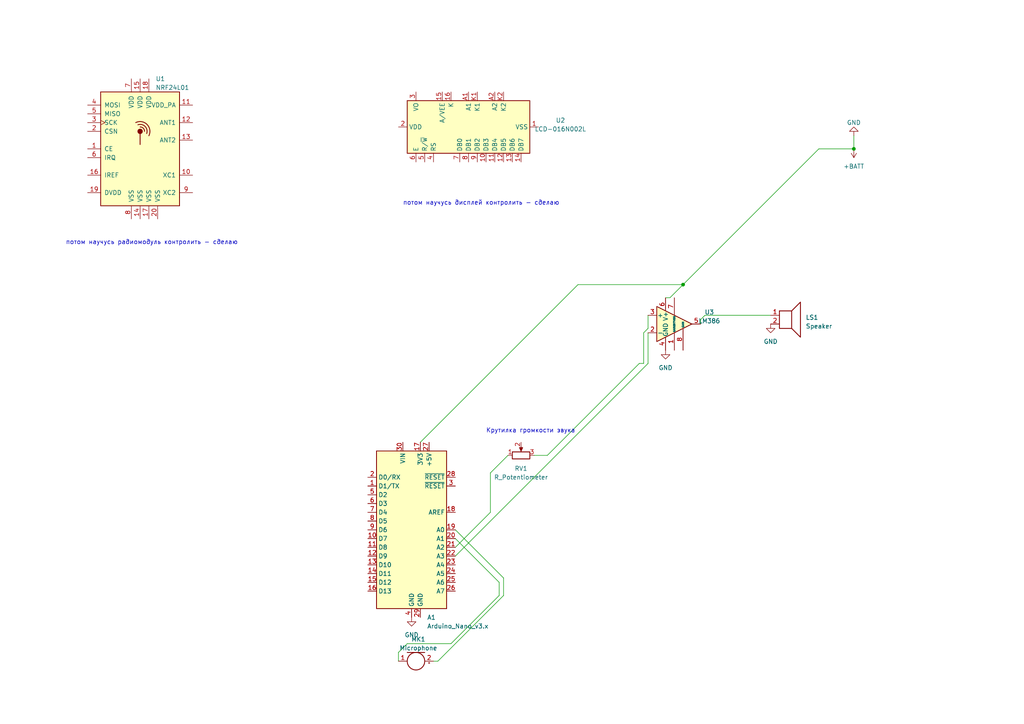
<source format=kicad_sch>
(kicad_sch (version 20230121) (generator eeschema)
  (paper "A4")
  (lib_symbols
    (symbol "Amplifier_Audio:LM386" (pin_names (offset 0.127))
      (property "Reference" "U" (at 1.27 7.62 0))
      (property "Value" "LM386" (at 1.27 5.08 0))
      (symbol "LM386_0_1"
        (polyline (pts (xy 5.08 0) (xy -5.08 5.08) (xy -5.08 -5.08) (xy 5.08 0)) (stroke (width 0.254)) (fill (type background)))
      )
      (symbol "LM386_1_1"
        (pin input line (at 0 -7.62 90) (length 5.08) (name "GAIN") (number "1"))
        (pin input line (at -7.62 -2.54 0) (length 2.54) (name "-") (number "2"))
        (pin input line (at -7.62 2.54 0) (length 2.54) (name "+") (number "3"))
        (pin power_in line (at -2.54 -7.62 90) (length 3.81) (name "GND") (number "4"))
        (pin output line (at 7.62 0 180) (length 2.54) (name "~") (number "5"))
        (pin power_in line (at -2.54 7.62 270) (length 3.81) (name "V+") (number "6"))
        (pin input line (at 0 7.62 270) (length 5.08) (name "BYPASS") (number "7"))
        (pin input line (at 2.54 -7.62 90) (length 6.35) (name "GAIN") (number "8"))
      )
    )
    (symbol "Device:Microphone" (pin_names (offset 0.0254) hide)
      (property "Reference" "MK" (at -3.81 1.27 0))
      (property "Value" "Microphone" (at -3.81 -0.635 0))
      (symbol "Microphone_0_1"
        (polyline (pts (xy -2.54 2.54) (xy -2.54 -2.54)) (stroke (width 0.254)))
        (polyline (pts (xy 0.254 3.81) (xy 0.762 3.81)))
        (polyline (pts (xy 0.508 4.064) (xy 0.508 3.556)))
        (circle (center 0 0) (radius 2.54) (stroke (width 0.254)))
      )
      (symbol "Microphone_1_1"
        (pin passive line (at 0 -5.08 90) (length 2.54) (name "-") (number "1"))
        (pin passive line (at 0 5.08 270) (length 2.54) (name "+") (number "2"))
      )
    )
    (symbol "Device:R_Potentiometer" (pin_names (offset 1.016) hide)
      (property "Reference" "RV" (at -4.445 0 90))
      (property "Value" "R_Potentiometer" (at -2.54 0 90))
      (symbol "R_Potentiometer_0_1"
        (polyline (pts (xy 2.54 0) (xy 1.524 0)))
        (polyline (pts (xy 1.143 0) (xy 2.286 0.508) (xy 2.286 -0.508) (xy 1.143 0)) (fill (type outline)))
        (rectangle (start 1.016 2.54) (end -1.016 -2.54) (stroke (width 0.254)))
      )
      (symbol "R_Potentiometer_1_1"
        (pin passive line (at 0 3.81 270) (length 1.27) (name "1") (number "1"))
        (pin passive line (at 3.81 0 180) (length 1.27) (name "2") (number "2"))
        (pin passive line (at 0 -3.81 90) (length 1.27) (name "3") (number "3"))
      )
    )
    (symbol "Device:Speaker" (pin_names (offset 0) hide)
      (property "Reference" "LS" (at 1.27 5.715 0))
      (property "Value" "Speaker" (at 1.27 3.81 0))
      (symbol "Speaker_0_0"
        (rectangle (start -2.54 1.27) (end 1.016 -3.81) (stroke (width 0.254)))
        (polyline (pts (xy 1.016 1.27) (xy 3.556 3.81) (xy 3.556 -6.35) (xy 1.016 -3.81)) (stroke (width 0.254)))
      )
      (symbol "Speaker_1_1"
        (pin input line (at -5.08 0 0) (length 2.54) (name "1") (number "1"))
        (pin input line (at -5.08 -2.54 0) (length 2.54) (name "2") (number "2"))
      )
    )
    (symbol "Display_Character:LCD-016N002L"
      (property "Reference" "U" (at -6.35 18.796 0))
      (property "Value" "LCD-016N002L" (at 8.636 18.796 0))
      (symbol "LCD-016N002L_1_1"
        (rectangle (start -7.62 17.78) (end 7.62 -17.78) (stroke (width 0.254)) (fill (type background)))
        (pin power_in line (at 0 -20.32 90) (length 2.54) (name "VSS") (number "1"))
        (pin bidirectional line (at -10.16 -5.08 0) (length 2.54) (name "DB3") (number "10"))
        (pin bidirectional line (at -10.16 -7.62 0) (length 2.54) (name "DB4") (number "11"))
        (pin bidirectional line (at -10.16 -10.16 0) (length 2.54) (name "DB5") (number "12"))
        (pin bidirectional line (at -10.16 -12.7 0) (length 2.54) (name "DB6") (number "13"))
        (pin bidirectional line (at -10.16 -15.24 0) (length 2.54) (name "DB7") (number "14"))
        (pin power_in line (at 10.16 7.62 180) (length 2.54) (name "A/VEE") (number "15"))
        (pin power_in line (at 10.16 5.08 180) (length 2.54) (name "K") (number "16"))
        (pin power_in line (at 0 20.32 270) (length 2.54) (name "VDD") (number "2"))
        (pin input line (at 10.16 15.24 180) (length 2.54) (name "VO") (number "3"))
        (pin input line (at -10.16 10.16 0) (length 2.54) (name "RS") (number "4"))
        (pin input line (at -10.16 12.7 0) (length 2.54) (name "R/~{W}") (number "5"))
        (pin input line (at -10.16 15.24 0) (length 2.54) (name "E") (number "6"))
        (pin bidirectional line (at -10.16 2.54 0) (length 2.54) (name "DB0") (number "7"))
        (pin bidirectional line (at -10.16 0 0) (length 2.54) (name "DB1") (number "8"))
        (pin bidirectional line (at -10.16 -2.54 0) (length 2.54) (name "DB2") (number "9"))
        (pin power_in line (at 10.16 0 180) (length 2.54) (name "A1") (number "A1"))
        (pin power_in line (at 10.16 -7.62 180) (length 2.54) (name "A2") (number "A2"))
        (pin power_in line (at 10.16 -2.54 180) (length 2.54) (name "K1") (number "K1"))
        (pin power_in line (at 10.16 -10.16 180) (length 2.54) (name "K2") (number "K2"))
      )
    )
    (symbol "MCU_Module:Arduino_Nano_v3.x"
      (property "Reference" "A" (at -10.16 23.495 0))
      (property "Value" "Arduino_Nano_v3.x" (at 5.08 -24.13 0))
      (symbol "Arduino_Nano_v3.x_0_1"
        (rectangle (start -10.16 22.86) (end 10.16 -22.86) (stroke (width 0.254)) (fill (type background)))
      )
      (symbol "Arduino_Nano_v3.x_1_1"
        (pin bidirectional line (at -12.7 12.7 0) (length 2.54) (name "D1/TX") (number "1"))
        (pin bidirectional line (at -12.7 -2.54 0) (length 2.54) (name "D7") (number "10"))
        (pin bidirectional line (at -12.7 -5.08 0) (length 2.54) (name "D8") (number "11"))
        (pin bidirectional line (at -12.7 -7.62 0) (length 2.54) (name "D9") (number "12"))
        (pin bidirectional line (at -12.7 -10.16 0) (length 2.54) (name "D10") (number "13"))
        (pin bidirectional line (at -12.7 -12.7 0) (length 2.54) (name "D11") (number "14"))
        (pin bidirectional line (at -12.7 -15.24 0) (length 2.54) (name "D12") (number "15"))
        (pin bidirectional line (at -12.7 -17.78 0) (length 2.54) (name "D13") (number "16"))
        (pin power_out line (at 2.54 25.4 270) (length 2.54) (name "3V3") (number "17"))
        (pin input line (at 12.7 5.08 180) (length 2.54) (name "AREF") (number "18"))
        (pin bidirectional line (at 12.7 0 180) (length 2.54) (name "A0") (number "19"))
        (pin bidirectional line (at -12.7 15.24 0) (length 2.54) (name "D0/RX") (number "2"))
        (pin bidirectional line (at 12.7 -2.54 180) (length 2.54) (name "A1") (number "20"))
        (pin bidirectional line (at 12.7 -5.08 180) (length 2.54) (name "A2") (number "21"))
        (pin bidirectional line (at 12.7 -7.62 180) (length 2.54) (name "A3") (number "22"))
        (pin bidirectional line (at 12.7 -10.16 180) (length 2.54) (name "A4") (number "23"))
        (pin bidirectional line (at 12.7 -12.7 180) (length 2.54) (name "A5") (number "24"))
        (pin bidirectional line (at 12.7 -15.24 180) (length 2.54) (name "A6") (number "25"))
        (pin bidirectional line (at 12.7 -17.78 180) (length 2.54) (name "A7") (number "26"))
        (pin power_out line (at 5.08 25.4 270) (length 2.54) (name "+5V") (number "27"))
        (pin input line (at 12.7 15.24 180) (length 2.54) (name "~{RESET}") (number "28"))
        (pin power_in line (at 2.54 -25.4 90) (length 2.54) (name "GND") (number "29"))
        (pin input line (at 12.7 12.7 180) (length 2.54) (name "~{RESET}") (number "3"))
        (pin power_in line (at -2.54 25.4 270) (length 2.54) (name "VIN") (number "30"))
        (pin power_in line (at 0 -25.4 90) (length 2.54) (name "GND") (number "4"))
        (pin bidirectional line (at -12.7 10.16 0) (length 2.54) (name "D2") (number "5"))
        (pin bidirectional line (at -12.7 7.62 0) (length 2.54) (name "D3") (number "6"))
        (pin bidirectional line (at -12.7 5.08 0) (length 2.54) (name "D4") (number "7"))
        (pin bidirectional line (at -12.7 2.54 0) (length 2.54) (name "D5") (number "8"))
        (pin bidirectional line (at -12.7 0 0) (length 2.54) (name "D6") (number "9"))
      )
    )
    (symbol "RF:NRF24L01" (pin_names (offset 1.016))
      (property "Reference" "U" (at -11.43 17.78 0))
      (property "Value" "NRF24L01" (at 5.08 17.78 0))
      (symbol "NRF24L01_0_1"
        (rectangle (start -11.43 16.51) (end 11.43 -16.51) (stroke (width 0.254)) (fill (type background)))
        (polyline (pts (xy 0 4.445) (xy 0 1.27)) (stroke (width 0.254)))
        (circle (center 0 5.08) (radius 0.635) (stroke (width 0.254)) (fill (type outline)))
        (arc (start 1.27 5.08) (mid 0.9071 5.9946) (end 0 6.35) (stroke (width 0.254)))
        (arc (start 1.905 4.445) (mid 1.4313 6.5254) (end -0.635 6.985) (stroke (width 0.254)))
        (arc (start 2.54 3.81) (mid 2.008 7.088) (end -1.27 7.62) (stroke (width 0.254)))
        (rectangle (start 11.43 -13.97) (end 11.43 -13.97))
      )
      (symbol "NRF24L01_1_1"
        (pin input line (at -15.24 0 0) (length 3.81) (name "CE") (number "1"))
        (pin passive line (at 15.24 -7.62 180) (length 3.81) (name "XC1") (number "10"))
        (pin power_out line (at 15.24 12.7 180) (length 3.81) (name "VDD_PA") (number "11"))
        (pin passive line (at 15.24 7.62 180) (length 3.81) (name "ANT1") (number "12"))
        (pin passive line (at 15.24 2.54 180) (length 3.81) (name "ANT2") (number "13"))
        (pin power_in line (at 0 -20.32 90) (length 3.81) (name "VSS") (number "14"))
        (pin power_in line (at 0 20.32 270) (length 3.81) (name "VDD") (number "15"))
        (pin passive line (at -15.24 -7.62 0) (length 3.81) (name "IREF") (number "16"))
        (pin power_in line (at 2.54 -20.32 90) (length 3.81) (name "VSS") (number "17"))
        (pin power_in line (at 2.54 20.32 270) (length 3.81) (name "VDD") (number "18"))
        (pin power_out line (at -15.24 -12.7 0) (length 3.81) (name "DVDD") (number "19"))
        (pin input line (at -15.24 5.08 0) (length 3.81) (name "CSN") (number "2"))
        (pin power_in line (at 5.08 -20.32 90) (length 3.81) (name "VSS") (number "20"))
        (pin input clock (at -15.24 7.62 0) (length 3.81) (name "SCK") (number "3"))
        (pin input line (at -15.24 12.7 0) (length 3.81) (name "MOSI") (number "4"))
        (pin output line (at -15.24 10.16 0) (length 3.81) (name "MISO") (number "5"))
        (pin output line (at -15.24 -2.54 0) (length 3.81) (name "IRQ") (number "6"))
        (pin power_in line (at -2.54 20.32 270) (length 3.81) (name "VDD") (number "7"))
        (pin power_in line (at -2.54 -20.32 90) (length 3.81) (name "VSS") (number "8"))
        (pin passive line (at 15.24 -12.7 180) (length 3.81) (name "XC2") (number "9"))
      )
    )
    (symbol "power:+BATT" (power) (pin_names (offset 0))
      (property "Value" "+BATT" (at 0 3.556 0))
      (symbol "+BATT_0_1"
        (polyline (pts (xy -0.762 1.27) (xy 0 2.54)))
        (polyline (pts (xy 0 0) (xy 0 2.54)))
        (polyline (pts (xy 0 2.54) (xy 0.762 1.27)))
      )
      (symbol "+BATT_1_1"
        (pin power_in line (at 0 0 90) (length 0) hide (name "+BATT") (number "1"))
      )
    )
    (symbol "power:GND" (power) (pin_names (offset 0))
      (property "Value" "GND" (at 0 -3.81 0))
      (symbol "GND_0_1"
        (polyline (pts (xy 0 0) (xy 0 -1.27) (xy 1.27 -1.27) (xy 0 -2.54) (xy -1.27 -1.27) (xy 0 -1.27)))
      )
      (symbol "GND_1_1"
        (pin power_in line (at 0 0 270) (length 0) hide (name "GND") (number "1"))
      )
    )
  )
  (junction (at 247.65 43.18))
  (junction (at 198.12 82.55))
  (wire (pts (xy 193.04 86.36) (xy 194.31 86.36)))
  (wire (pts (xy 186.69 96.52) (xy 186.69 105.41)))
  (wire (pts (xy 187.96 105.41) (xy 132.08 161.29)))
  (wire (pts (xy 115.57 189.23) (xy 118.11 186.69)))
  (wire (pts (xy 132.08 158.75) (xy 142.24 148.59)))
  (wire (pts (xy 118.11 186.69) (xy 130.81 186.69)))
  (wire (pts (xy 194.31 86.36) (xy 198.12 82.55)))
  (wire (pts (xy 142.24 137.16) (xy 147.32 132.08)))
  (wire (pts (xy 187.96 91.44) (xy 187.96 95.25)))
  (wire (pts (xy 125.73 191.77) (xy 127 191.77)))
  (wire (pts (xy 158.75 132.08) (xy 185.42 105.41)))
  (wire (pts (xy 187.96 96.52) (xy 187.96 105.41)))
  (wire (pts (xy 142.24 148.59) (xy 142.24 137.16)))
  (wire (pts (xy 247.65 43.18) (xy 237.49 43.18)))
  (wire (pts (xy 167.64 82.55) (xy 121.92 128.27)))
  (wire (pts (xy 186.69 105.41) (xy 185.42 105.41)))
  (wire (pts (xy 203.2 92.71) (xy 204.47 91.44)))
  (wire (pts (xy 247.65 39.37) (xy 247.65 43.18)))
  (wire (pts (xy 144.78 168.91) (xy 132.08 156.21)))
  (wire (pts (xy 154.94 132.08) (xy 158.75 132.08)))
  (wire (pts (xy 144.78 172.72) (xy 144.78 168.91)))
  (wire (pts (xy 130.81 186.69) (xy 144.78 172.72)))
  (wire (pts (xy 146.05 167.64) (xy 132.08 153.67)))
  (wire (pts (xy 115.57 191.77) (xy 115.57 189.23)))
  (wire (pts (xy 204.47 91.44) (xy 223.52 91.44)))
  (wire (pts (xy 198.12 82.55) (xy 167.64 82.55)))
  (wire (pts (xy 198.12 82.55) (xy 237.49 43.18)))
  (wire (pts (xy 127 191.77) (xy 146.05 172.72)))
  (wire (pts (xy 146.05 172.72) (xy 146.05 167.64)))
  (wire (pts (xy 187.96 95.25) (xy 186.69 96.52)))
  (wire (pts (xy 203.2 93.98) (xy 203.2 92.71)))
  (text "потом научусь дисплей контролить - сделаю" (at 116.84 59.69 0) (effects (font (size 1.27 1.27)) (justify left bottom)))
  (text "Крутилка громкости звука" (at 140.97 125.73 0) (effects (font (size 1.27 1.27)) (justify left bottom)))
  (text "потом научусь радиомодуль контролить - сделаю" (at 19.05 71.12 0) (effects (font (size 1.27 1.27)) (justify left bottom)))
  (symbol (lib_id "Device:Microphone") (at 120.65 191.77 270) (unit 1)
    (property "Reference" "MK1" (at 121.3485 185.42 90))
    (property "Value" "Microphone" (at 121.3485 187.96 90))
  )
  (symbol (lib_id "Display_Character:LCD-016N002L") (at 135.89 36.83 90) (unit 1)
    (property "Reference" "U2" (at 162.56 34.8997 90))
    (property "Value" "LCD-016N002L" (at 162.56 37.4397 90))
    (property "Footprint" "Display:LCD-016N002L" (effects hide))
    (property "Datasheet" "http://www.vishay.com/docs/37299/37299.pdf" (effects hide))
  )
  (symbol (lib_id "Device:Speaker") (at 228.6 91.44 0) (unit 1)
    (property "Reference" "LS1" (at 233.68 92.075 0) (effects (justify left)))
    (property "Value" "Speaker" (at 233.68 94.615 0) (effects (justify left)))
  )
  (symbol (lib_id "Amplifier_Audio:LM386") (at 195.58 93.98 0) (unit 1)
    (property "Reference" "U3" (at 205.74 90.5511 0))
    (property "Value" "LM386" (at 205.74 93.0911 0))
    (property "Datasheet" "http://www.ti.com/lit/ds/symlink/lm386.pdf" (effects hide))
  )
  (symbol (lib_id "power:GND") (at 119.38 179.07 0) (unit 1)
    (property "Reference" "#PWR03" (effects hide))
    (property "Value" "GND" (at 119.38 184.15 0))
  )
  (symbol (lib_id "Device:R_Potentiometer") (at 151.13 132.08 90) (unit 1)
    (property "Reference" "RV1" (at 151.13 135.89 90))
    (property "Value" "R_Potentiometer" (at 151.13 138.43 90))
  )
  (symbol (lib_id "MCU_Module:Arduino_Nano_v3.x") (at 119.38 153.67 0) (unit 1)
    (property "Reference" "A1" (at 123.8759 179.07 0) (effects (justify left)))
    (property "Value" "Arduino_Nano_v3.x" (at 123.8759 181.61 0) (effects (justify left)))
    (property "Footprint" "Module:Arduino_Nano" (effects hide))
    (property "Datasheet" "http://www.mouser.com/pdfdocs/Gravitech_Arduino_Nano3_0.pdf" (effects hide))
  )
  (symbol (lib_id "RF:NRF24L01") (at 40.64 43.18 0) (unit 1)
    (property "Reference" "U1" (at 45.1359 22.86 0) (effects (justify left)))
    (property "Value" "NRF24L01" (at 45.1359 25.4 0) (effects (justify left)))
    (property "Footprint" "Package_DFN_QFN:QFN-20-1EP_4x4mm_P0.5mm_EP2.5x2.5mm" (effects hide))
    (property "Datasheet" "http://www.nordicsemi.com/eng/content/download/2730/34105/file/nRF24L01_Product_Specification_v2_0.pdf" (effects hide))
  )
  (symbol (lib_id "power:GND") (at 223.52 93.98 0) (unit 1)
    (property "Reference" "#PWR05" (effects hide))
    (property "Value" "GND" (at 223.52 99.06 0))
  )
  (symbol (lib_id "power:GND") (at 193.04 101.6 0) (unit 1)
    (property "Reference" "#PWR04" (effects hide))
    (property "Value" "GND" (at 193.04 106.68 0))
  )
  (symbol (lib_id "power:GND") (at 247.65 39.37 180) (unit 1)
    (property "Reference" "#PWR02" (effects hide))
    (property "Value" "GND" (at 247.65 35.56 0))
  )
  (symbol (lib_id "power:+BATT") (at 247.65 43.18 180) (unit 1)
    (property "Reference" "#PWR01" (effects hide))
    (property "Value" "+BATT" (at 247.65 48.26 0))
  )
)
</source>
